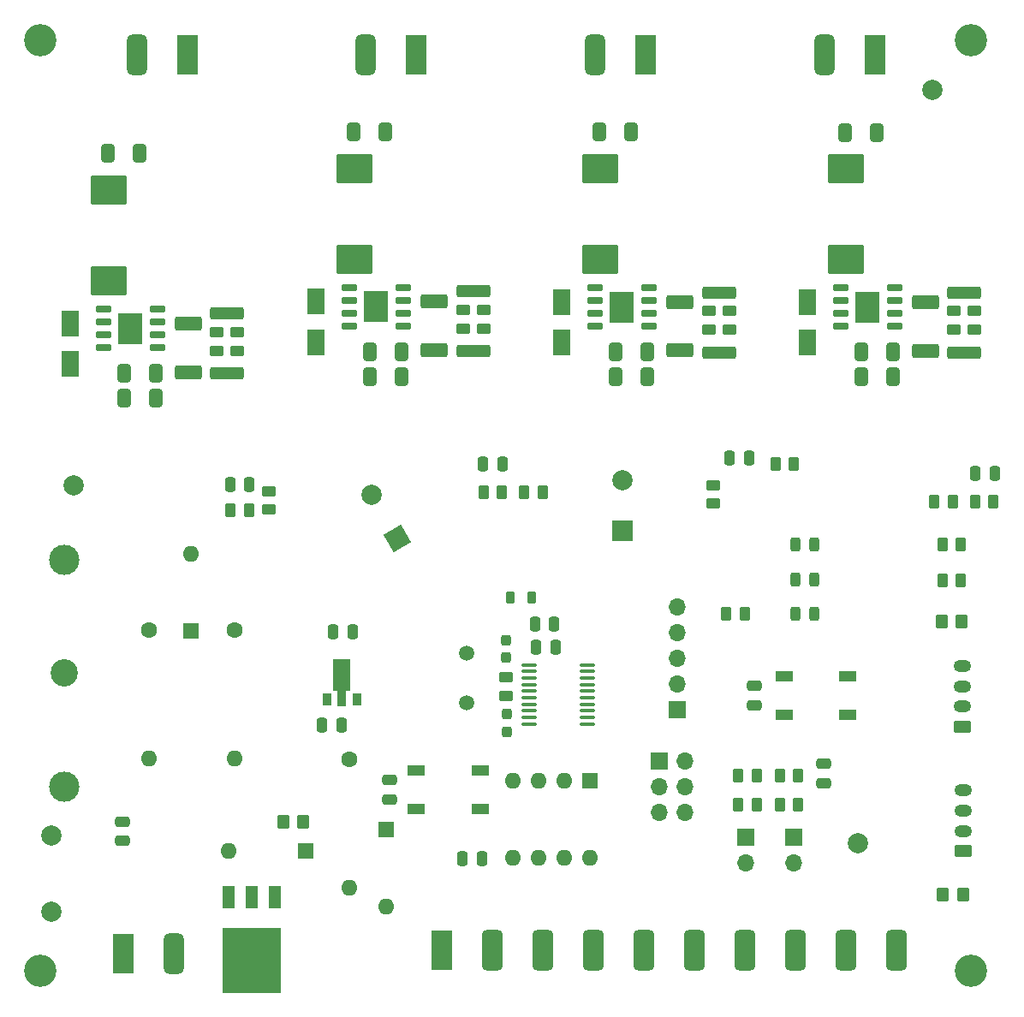
<source format=gbr>
%TF.GenerationSoftware,KiCad,Pcbnew,6.0.4+dfsg-1+b1*%
%TF.CreationDate,2022-10-04T23:39:52+01:00*%
%TF.ProjectId,led-driver,6c65642d-6472-4697-9665-722e6b696361,rev?*%
%TF.SameCoordinates,Original*%
%TF.FileFunction,Soldermask,Top*%
%TF.FilePolarity,Negative*%
%FSLAX46Y46*%
G04 Gerber Fmt 4.6, Leading zero omitted, Abs format (unit mm)*
G04 Created by KiCad (PCBNEW 6.0.4+dfsg-1+b1) date 2022-10-04 23:39:52*
%MOMM*%
%LPD*%
G01*
G04 APERTURE LIST*
G04 Aperture macros list*
%AMRoundRect*
0 Rectangle with rounded corners*
0 $1 Rounding radius*
0 $2 $3 $4 $5 $6 $7 $8 $9 X,Y pos of 4 corners*
0 Add a 4 corners polygon primitive as box body*
4,1,4,$2,$3,$4,$5,$6,$7,$8,$9,$2,$3,0*
0 Add four circle primitives for the rounded corners*
1,1,$1+$1,$2,$3*
1,1,$1+$1,$4,$5*
1,1,$1+$1,$6,$7*
1,1,$1+$1,$8,$9*
0 Add four rect primitives between the rounded corners*
20,1,$1+$1,$2,$3,$4,$5,0*
20,1,$1+$1,$4,$5,$6,$7,0*
20,1,$1+$1,$6,$7,$8,$9,0*
20,1,$1+$1,$8,$9,$2,$3,0*%
%AMRotRect*
0 Rectangle, with rotation*
0 The origin of the aperture is its center*
0 $1 length*
0 $2 width*
0 $3 Rotation angle, in degrees counterclockwise*
0 Add horizontal line*
21,1,$1,$2,0,0,$3*%
%AMFreePoly0*
4,1,9,3.862500,-0.866500,0.737500,-0.866500,0.737500,-0.450000,-0.737500,-0.450000,-0.737500,0.450000,0.737500,0.450000,0.737500,0.866500,3.862500,0.866500,3.862500,-0.866500,3.862500,-0.866500,$1*%
G04 Aperture macros list end*
%ADD10R,0.900000X1.300000*%
%ADD11FreePoly0,90.000000*%
%ADD12R,1.200000X2.200000*%
%ADD13R,5.800000X6.400000*%
%ADD14RoundRect,0.250000X-0.262500X-0.450000X0.262500X-0.450000X0.262500X0.450000X-0.262500X0.450000X0*%
%ADD15RoundRect,0.150000X0.650000X0.150000X-0.650000X0.150000X-0.650000X-0.150000X0.650000X-0.150000X0*%
%ADD16R,2.410000X3.100000*%
%ADD17R,1.800000X2.500000*%
%ADD18RoundRect,0.250000X0.412500X0.650000X-0.412500X0.650000X-0.412500X-0.650000X0.412500X-0.650000X0*%
%ADD19RoundRect,0.250000X1.425000X-0.362500X1.425000X0.362500X-1.425000X0.362500X-1.425000X-0.362500X0*%
%ADD20C,3.200000*%
%ADD21RoundRect,0.250000X0.250000X0.475000X-0.250000X0.475000X-0.250000X-0.475000X0.250000X-0.475000X0*%
%ADD22R,1.600000X1.600000*%
%ADD23O,1.600000X1.600000*%
%ADD24R,2.000000X4.000000*%
%ADD25RoundRect,0.500000X0.500000X1.500000X-0.500000X1.500000X-0.500000X-1.500000X0.500000X-1.500000X0*%
%ADD26RoundRect,0.250000X-0.250000X-0.475000X0.250000X-0.475000X0.250000X0.475000X-0.250000X0.475000X0*%
%ADD27R,1.700000X1.000000*%
%ADD28C,2.000000*%
%ADD29RoundRect,0.249999X1.075001X-0.450001X1.075001X0.450001X-1.075001X0.450001X-1.075001X-0.450001X0*%
%ADD30R,1.700000X1.700000*%
%ADD31O,1.700000X1.700000*%
%ADD32RoundRect,0.145000X-1.605000X1.305000X-1.605000X-1.305000X1.605000X-1.305000X1.605000X1.305000X0*%
%ADD33RoundRect,0.250000X-0.475000X0.250000X-0.475000X-0.250000X0.475000X-0.250000X0.475000X0.250000X0*%
%ADD34RoundRect,0.250000X0.450000X-0.262500X0.450000X0.262500X-0.450000X0.262500X-0.450000X-0.262500X0*%
%ADD35RoundRect,0.243750X0.243750X0.456250X-0.243750X0.456250X-0.243750X-0.456250X0.243750X-0.456250X0*%
%ADD36C,1.600000*%
%ADD37RoundRect,0.250000X0.625000X-0.350000X0.625000X0.350000X-0.625000X0.350000X-0.625000X-0.350000X0*%
%ADD38O,1.750000X1.200000*%
%ADD39R,2.000000X2.000000*%
%ADD40RoundRect,0.218750X0.218750X0.381250X-0.218750X0.381250X-0.218750X-0.381250X0.218750X-0.381250X0*%
%ADD41RoundRect,0.250000X-0.350000X-0.450000X0.350000X-0.450000X0.350000X0.450000X-0.350000X0.450000X0*%
%ADD42RoundRect,0.250000X0.262500X0.450000X-0.262500X0.450000X-0.262500X-0.450000X0.262500X-0.450000X0*%
%ADD43RoundRect,0.237500X-0.237500X0.300000X-0.237500X-0.300000X0.237500X-0.300000X0.237500X0.300000X0*%
%ADD44C,2.700000*%
%ADD45C,3.000000*%
%ADD46RoundRect,0.400000X-0.600000X-1.600000X0.600000X-1.600000X0.600000X1.600000X-0.600000X1.600000X0*%
%ADD47C,1.500000*%
%ADD48RoundRect,0.100000X-0.637500X-0.100000X0.637500X-0.100000X0.637500X0.100000X-0.637500X0.100000X0*%
%ADD49RoundRect,0.243750X-0.243750X-0.456250X0.243750X-0.456250X0.243750X0.456250X-0.243750X0.456250X0*%
%ADD50RoundRect,0.500000X-0.500000X-1.500000X0.500000X-1.500000X0.500000X1.500000X-0.500000X1.500000X0*%
%ADD51RotRect,2.000000X2.000000X120.000000*%
%ADD52RoundRect,0.237500X0.237500X-0.300000X0.237500X0.300000X-0.237500X0.300000X-0.237500X-0.300000X0*%
G04 APERTURE END LIST*
D10*
%TO.C,U5*%
X32300000Y-69150000D03*
D11*
X33800000Y-69062500D03*
D10*
X35300000Y-69150000D03*
%TD*%
D12*
%TO.C,Q1*%
X27180000Y-88700000D03*
D13*
X24900000Y-95000000D03*
D12*
X24900000Y-88700000D03*
X22620000Y-88700000D03*
%TD*%
D14*
%TO.C,R10*%
X92387500Y-49600000D03*
X94212500Y-49600000D03*
%TD*%
D15*
%TO.C,U4*%
X88440000Y-32305000D03*
X88440000Y-31035000D03*
X88440000Y-29765000D03*
X88440000Y-28495000D03*
X83140000Y-28495000D03*
X83140000Y-29765000D03*
X83140000Y-31035000D03*
X83140000Y-32305000D03*
D16*
X85790000Y-30400000D03*
%TD*%
D17*
%TO.C,D3*%
X55500000Y-33875000D03*
X55500000Y-29875000D03*
%TD*%
D18*
%TO.C,C8*%
X39662500Y-34790000D03*
X36537500Y-34790000D03*
%TD*%
D19*
%TO.C,REF\u002A\u002A*%
X22400000Y-36962500D03*
X22400000Y-31037500D03*
%TD*%
D15*
%TO.C,U3*%
X64140000Y-32280000D03*
X64140000Y-31010000D03*
X64140000Y-29740000D03*
X64140000Y-28470000D03*
X58840000Y-28470000D03*
X58840000Y-29740000D03*
X58840000Y-31010000D03*
X58840000Y-32280000D03*
D16*
X61490000Y-30375000D03*
%TD*%
D20*
%TO.C,REF\u002A\u002A*%
X96000000Y-96000000D03*
%TD*%
D14*
%TO.C,R24*%
X71787500Y-60700000D03*
X73612500Y-60700000D03*
%TD*%
D18*
%TO.C,C9*%
X62362500Y-13075000D03*
X59237500Y-13075000D03*
%TD*%
D21*
%TO.C,C18*%
X33750000Y-71700000D03*
X31850000Y-71700000D03*
%TD*%
D14*
%TO.C,R12*%
X96387500Y-49600000D03*
X98212500Y-49600000D03*
%TD*%
D22*
%TO.C,D5*%
X38200000Y-82090000D03*
D23*
X38200000Y-89710000D03*
%TD*%
D24*
%TO.C,J1*%
X18500000Y-5400000D03*
D25*
X13500000Y-5400000D03*
%TD*%
D26*
%TO.C,C14*%
X96450000Y-46800000D03*
X98350000Y-46800000D03*
%TD*%
D27*
%TO.C,SW2*%
X41150000Y-80000000D03*
X47450000Y-80000000D03*
X47450000Y-76200000D03*
X41150000Y-76200000D03*
%TD*%
D28*
%TO.C,*%
X84800000Y-83400000D03*
%TD*%
D29*
%TO.C,R1*%
X18600000Y-36800000D03*
X18600000Y-32000000D03*
%TD*%
D30*
%TO.C,JP2*%
X78500000Y-82825000D03*
D31*
X78500000Y-85365000D03*
%TD*%
D32*
%TO.C,L4*%
X83600000Y-16700000D03*
X83600000Y-25700000D03*
%TD*%
D29*
%TO.C,R7*%
X67200000Y-34675000D03*
X67200000Y-29875000D03*
%TD*%
D33*
%TO.C,C28*%
X38500000Y-77150000D03*
X38500000Y-79050000D03*
%TD*%
D22*
%TO.C,D9*%
X30210000Y-84200000D03*
D23*
X22590000Y-84200000D03*
%TD*%
D26*
%TO.C,C26*%
X52900000Y-61700000D03*
X54800000Y-61700000D03*
%TD*%
D34*
%TO.C,REF\u002A\u002A*%
X70100000Y-32612500D03*
X70100000Y-30787500D03*
%TD*%
D35*
%TO.C,D8*%
X80537500Y-53900000D03*
X78662500Y-53900000D03*
%TD*%
D34*
%TO.C,REF\u002A\u002A*%
X21400000Y-34712500D03*
X21400000Y-32887500D03*
%TD*%
D36*
%TO.C,R16*%
X23200000Y-62350000D03*
D23*
X23200000Y-75050000D03*
%TD*%
D36*
%TO.C,R14*%
X14700000Y-62350000D03*
D23*
X14700000Y-75050000D03*
%TD*%
D18*
%TO.C,C2*%
X38062500Y-13050000D03*
X34937500Y-13050000D03*
%TD*%
D37*
%TO.C,J9*%
X95150000Y-71900000D03*
D38*
X95150000Y-69900000D03*
X95150000Y-67900000D03*
X95150000Y-65900000D03*
%TD*%
D34*
%TO.C,REF\u002A\u002A*%
X72100000Y-32612500D03*
X72100000Y-30787500D03*
%TD*%
D19*
%TO.C,REF\u002A\u002A*%
X95300000Y-34862500D03*
X95300000Y-28937500D03*
%TD*%
D35*
%TO.C,D10*%
X80537500Y-60700000D03*
X78662500Y-60700000D03*
%TD*%
D34*
%TO.C,R9*%
X70500000Y-49812500D03*
X70500000Y-47987500D03*
%TD*%
D32*
%TO.C,L2*%
X35000000Y-16650000D03*
X35000000Y-25650000D03*
%TD*%
D39*
%TO.C,C29*%
X61500000Y-52467677D03*
D28*
X61500000Y-47467677D03*
%TD*%
D30*
%TO.C,J7*%
X67000000Y-70175000D03*
D31*
X67000000Y-67635000D03*
X67000000Y-65095000D03*
X67000000Y-62555000D03*
X67000000Y-60015000D03*
%TD*%
D20*
%TO.C,REF\u002A\u002A*%
X4000000Y-96000000D03*
%TD*%
D30*
%TO.C,J10*%
X65200000Y-75300000D03*
D31*
X67740000Y-75300000D03*
X65200000Y-77840000D03*
X67740000Y-77840000D03*
X65200000Y-80380000D03*
X67740000Y-80380000D03*
%TD*%
D18*
%TO.C,C1*%
X13762500Y-15200000D03*
X10637500Y-15200000D03*
%TD*%
D34*
%TO.C,R3*%
X26600000Y-50412500D03*
X26600000Y-48587500D03*
%TD*%
D36*
%TO.C,R13*%
X34500000Y-75100000D03*
D23*
X34500000Y-87800000D03*
%TD*%
D34*
%TO.C,REF\u002A\u002A*%
X94300000Y-32612500D03*
X94300000Y-30787500D03*
%TD*%
D18*
%TO.C,C10*%
X86662500Y-13100000D03*
X83537500Y-13100000D03*
%TD*%
D22*
%TO.C,D6*%
X18900000Y-62410000D03*
D23*
X18900000Y-54790000D03*
%TD*%
D17*
%TO.C,D1*%
X6900000Y-36000000D03*
X6900000Y-32000000D03*
%TD*%
D18*
%TO.C,C12*%
X63962500Y-37275000D03*
X60837500Y-37275000D03*
%TD*%
%TO.C,C15*%
X88262500Y-37300000D03*
X85137500Y-37300000D03*
%TD*%
D21*
%TO.C,C11*%
X74050000Y-45300000D03*
X72150000Y-45300000D03*
%TD*%
D40*
%TO.C,FB1*%
X52562500Y-59100000D03*
X50437500Y-59100000D03*
%TD*%
D18*
%TO.C,C4*%
X15362500Y-39400000D03*
X12237500Y-39400000D03*
%TD*%
D37*
%TO.C,J8*%
X95250000Y-84200000D03*
D38*
X95250000Y-82200000D03*
X95250000Y-80200000D03*
X95250000Y-78200000D03*
%TD*%
D33*
%TO.C,C23*%
X74600000Y-67850000D03*
X74600000Y-69750000D03*
%TD*%
D14*
%TO.C,R20*%
X72987500Y-79625000D03*
X74812500Y-79625000D03*
%TD*%
D17*
%TO.C,D4*%
X79800000Y-33900000D03*
X79800000Y-29900000D03*
%TD*%
D32*
%TO.C,L3*%
X59300000Y-16675000D03*
X59300000Y-25675000D03*
%TD*%
D20*
%TO.C,REF\u002A\u002A*%
X4000000Y-4000000D03*
%TD*%
D28*
%TO.C,*%
X7300000Y-48000000D03*
%TD*%
D34*
%TO.C,REF\u002A\u002A*%
X45800000Y-32512500D03*
X45800000Y-30687500D03*
%TD*%
D14*
%TO.C,R18*%
X93187500Y-53900000D03*
X95012500Y-53900000D03*
%TD*%
D33*
%TO.C,C17*%
X12100000Y-81250000D03*
X12100000Y-83150000D03*
%TD*%
D41*
%TO.C,R25*%
X93200000Y-88500000D03*
X95200000Y-88500000D03*
%TD*%
D27*
%TO.C,SW1*%
X83850000Y-70700000D03*
X77550000Y-70700000D03*
X83850000Y-66900000D03*
X77550000Y-66900000D03*
%TD*%
D15*
%TO.C,U2*%
X39840000Y-32255000D03*
X39840000Y-30985000D03*
X39840000Y-29715000D03*
X39840000Y-28445000D03*
X34540000Y-28445000D03*
X34540000Y-29715000D03*
X34540000Y-30985000D03*
X34540000Y-32255000D03*
D16*
X37190000Y-30350000D03*
%TD*%
D18*
%TO.C,C13*%
X63962500Y-34815000D03*
X60837500Y-34815000D03*
%TD*%
D42*
%TO.C,R4*%
X53625000Y-48690000D03*
X51800000Y-48690000D03*
%TD*%
D43*
%TO.C,C24*%
X50100000Y-70637500D03*
X50100000Y-72362500D03*
%TD*%
D28*
%TO.C,TH1*%
X5100000Y-90150000D03*
X5100000Y-82650000D03*
%TD*%
D42*
%TO.C,R6*%
X49612500Y-48700000D03*
X47787500Y-48700000D03*
%TD*%
D30*
%TO.C,JP1*%
X73700000Y-82825000D03*
D31*
X73700000Y-85365000D03*
%TD*%
D41*
%TO.C,R15*%
X28000000Y-81300000D03*
X30000000Y-81300000D03*
%TD*%
D21*
%TO.C,C6*%
X49650000Y-45900000D03*
X47750000Y-45900000D03*
%TD*%
D34*
%TO.C,REF\u002A\u002A*%
X96300000Y-32612500D03*
X96300000Y-30787500D03*
%TD*%
D44*
%TO.C,F1*%
X6300000Y-66600000D03*
D45*
X6300000Y-77850000D03*
X6300000Y-55350000D03*
%TD*%
D18*
%TO.C,C7*%
X39662500Y-37250000D03*
X36537500Y-37250000D03*
%TD*%
D14*
%TO.C,R19*%
X72987500Y-76725000D03*
X74812500Y-76725000D03*
%TD*%
D24*
%TO.C,J6*%
X43650000Y-94000000D03*
D46*
X48650000Y-94000000D03*
X53650000Y-94000000D03*
X58650000Y-94000000D03*
X63650000Y-94000000D03*
X68650000Y-94000000D03*
X73650000Y-94000000D03*
X78650000Y-94000000D03*
X83650000Y-94000000D03*
X88650000Y-94000000D03*
%TD*%
D21*
%TO.C,C19*%
X34850000Y-62500000D03*
X32950000Y-62500000D03*
%TD*%
D47*
%TO.C,Y1*%
X46100000Y-69500000D03*
X46100000Y-64620000D03*
%TD*%
D22*
%TO.C,U6*%
X58300000Y-77200000D03*
D23*
X55760000Y-77200000D03*
X53220000Y-77200000D03*
X50680000Y-77200000D03*
X50680000Y-84820000D03*
X53220000Y-84820000D03*
X55760000Y-84820000D03*
X58300000Y-84820000D03*
%TD*%
D48*
%TO.C,U7*%
X52337500Y-65775000D03*
X52337500Y-66425000D03*
X52337500Y-67075000D03*
X52337500Y-67725000D03*
X52337500Y-68375000D03*
X52337500Y-69025000D03*
X52337500Y-69675000D03*
X52337500Y-70325000D03*
X52337500Y-70975000D03*
X52337500Y-71625000D03*
X58062500Y-71625000D03*
X58062500Y-70975000D03*
X58062500Y-70325000D03*
X58062500Y-69675000D03*
X58062500Y-69025000D03*
X58062500Y-68375000D03*
X58062500Y-67725000D03*
X58062500Y-67075000D03*
X58062500Y-66425000D03*
X58062500Y-65775000D03*
%TD*%
D20*
%TO.C,REF\u002A\u002A*%
X96000000Y-4000000D03*
%TD*%
D24*
%TO.C,J4*%
X86500000Y-5400000D03*
D25*
X81500000Y-5400000D03*
%TD*%
D34*
%TO.C,REF\u002A\u002A*%
X23400000Y-34712500D03*
X23400000Y-32887500D03*
%TD*%
D49*
%TO.C,D7*%
X78662500Y-57300000D03*
X80537500Y-57300000D03*
%TD*%
D15*
%TO.C,U1*%
X15540000Y-34405000D03*
X15540000Y-33135000D03*
X15540000Y-31865000D03*
X15540000Y-30595000D03*
X10240000Y-30595000D03*
X10240000Y-31865000D03*
X10240000Y-33135000D03*
X10240000Y-34405000D03*
D16*
X12890000Y-32500000D03*
%TD*%
D19*
%TO.C,REF\u002A\u002A*%
X71100000Y-34862500D03*
X71100000Y-28937500D03*
%TD*%
D42*
%TO.C,R17*%
X95012500Y-57400000D03*
X93187500Y-57400000D03*
%TD*%
D14*
%TO.C,R21*%
X77087500Y-76725000D03*
X78912500Y-76725000D03*
%TD*%
D18*
%TO.C,C5*%
X15362500Y-36940000D03*
X12237500Y-36940000D03*
%TD*%
D28*
%TO.C,*%
X92200000Y-8900000D03*
%TD*%
D19*
%TO.C,REF\u002A\u002A*%
X46800000Y-34762500D03*
X46800000Y-28837500D03*
%TD*%
D33*
%TO.C,C22*%
X81400000Y-75550000D03*
X81400000Y-77450000D03*
%TD*%
D34*
%TO.C,R23*%
X50000000Y-68812500D03*
X50000000Y-66987500D03*
%TD*%
D24*
%TO.C,J2*%
X41166666Y-5400000D03*
D25*
X36166666Y-5400000D03*
%TD*%
D24*
%TO.C,J3*%
X63833332Y-5400000D03*
D25*
X58833332Y-5400000D03*
%TD*%
D14*
%TO.C,R11*%
X76687500Y-45900000D03*
X78512500Y-45900000D03*
%TD*%
D26*
%TO.C,C21*%
X45750000Y-84900000D03*
X47650000Y-84900000D03*
%TD*%
D29*
%TO.C,R8*%
X91500000Y-34700000D03*
X91500000Y-29900000D03*
%TD*%
D14*
%TO.C,R22*%
X77087500Y-79625000D03*
X78912500Y-79625000D03*
%TD*%
D24*
%TO.C,J5*%
X12200000Y-94350000D03*
D50*
X17200000Y-94350000D03*
%TD*%
D29*
%TO.C,R2*%
X42900000Y-34650000D03*
X42900000Y-29850000D03*
%TD*%
D21*
%TO.C,C3*%
X24637500Y-47900000D03*
X22737500Y-47900000D03*
%TD*%
D51*
%TO.C,C20*%
X39275000Y-53253685D03*
D28*
X36775000Y-48923558D03*
%TD*%
D42*
%TO.C,R5*%
X24600000Y-50500000D03*
X22775000Y-50500000D03*
%TD*%
D52*
%TO.C,C25*%
X50000000Y-65062500D03*
X50000000Y-63337500D03*
%TD*%
D26*
%TO.C,C27*%
X53000000Y-64000000D03*
X54900000Y-64000000D03*
%TD*%
D41*
%TO.C,R26*%
X93100000Y-61500000D03*
X95100000Y-61500000D03*
%TD*%
D34*
%TO.C,REF\u002A\u002A*%
X47800000Y-32512500D03*
X47800000Y-30687500D03*
%TD*%
D32*
%TO.C,L1*%
X10700000Y-18800000D03*
X10700000Y-27800000D03*
%TD*%
D17*
%TO.C,D2*%
X31200000Y-33850000D03*
X31200000Y-29850000D03*
%TD*%
D18*
%TO.C,C16*%
X88262500Y-34840000D03*
X85137500Y-34840000D03*
%TD*%
M02*

</source>
